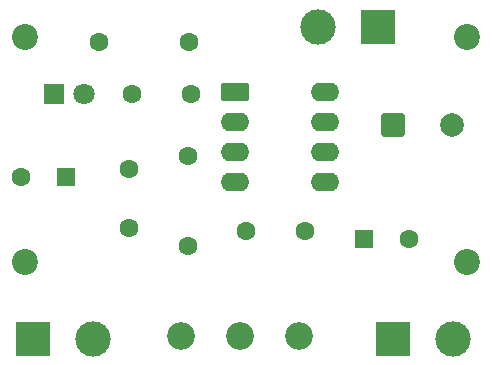
<source format=gbr>
%TF.GenerationSoftware,KiCad,Pcbnew,9.0.4*%
%TF.CreationDate,2025-09-13T21:48:36+02:00*%
%TF.ProjectId,TDA7267,54444137-3236-4372-9e6b-696361645f70,rev?*%
%TF.SameCoordinates,Original*%
%TF.FileFunction,Soldermask,Top*%
%TF.FilePolarity,Negative*%
%FSLAX46Y46*%
G04 Gerber Fmt 4.6, Leading zero omitted, Abs format (unit mm)*
G04 Created by KiCad (PCBNEW 9.0.4) date 2025-09-13 21:48:36*
%MOMM*%
%LPD*%
G01*
G04 APERTURE LIST*
G04 Aperture macros list*
%AMRoundRect*
0 Rectangle with rounded corners*
0 $1 Rounding radius*
0 $2 $3 $4 $5 $6 $7 $8 $9 X,Y pos of 4 corners*
0 Add a 4 corners polygon primitive as box body*
4,1,4,$2,$3,$4,$5,$6,$7,$8,$9,$2,$3,0*
0 Add four circle primitives for the rounded corners*
1,1,$1+$1,$2,$3*
1,1,$1+$1,$4,$5*
1,1,$1+$1,$6,$7*
1,1,$1+$1,$8,$9*
0 Add four rect primitives between the rounded corners*
20,1,$1+$1,$2,$3,$4,$5,0*
20,1,$1+$1,$4,$5,$6,$7,0*
20,1,$1+$1,$6,$7,$8,$9,0*
20,1,$1+$1,$8,$9,$2,$3,0*%
G04 Aperture macros list end*
%ADD10C,1.600000*%
%ADD11R,3.000000X3.000000*%
%ADD12C,3.000000*%
%ADD13R,1.800000X1.800000*%
%ADD14C,1.800000*%
%ADD15C,2.200000*%
%ADD16RoundRect,0.250000X-0.950000X-0.550000X0.950000X-0.550000X0.950000X0.550000X-0.950000X0.550000X0*%
%ADD17O,2.400000X1.600000*%
%ADD18RoundRect,0.250000X-0.550000X-0.550000X0.550000X-0.550000X0.550000X0.550000X-0.550000X0.550000X0*%
%ADD19RoundRect,0.250000X-0.750000X-0.750000X0.750000X-0.750000X0.750000X0.750000X-0.750000X0.750000X0*%
%ADD20C,2.000000*%
%ADD21RoundRect,0.250000X0.550000X0.550000X-0.550000X0.550000X-0.550000X-0.550000X0.550000X-0.550000X0*%
%ADD22C,2.340000*%
G04 APERTURE END LIST*
D10*
%TO.C,C3*%
X140560000Y-105647500D03*
X140560000Y-100647500D03*
%TD*%
D11*
%TO.C,IN1*%
X162960000Y-115000000D03*
D12*
X168040000Y-115000000D03*
%TD*%
D10*
%TO.C,R1*%
X145560000Y-107147500D03*
X145560000Y-99527500D03*
%TD*%
D13*
%TO.C,D1*%
X134230000Y-94300000D03*
D14*
X136770000Y-94300000D03*
%TD*%
D15*
%TO.C,H1*%
X131800000Y-89500000D03*
%TD*%
D11*
%TO.C,OUT1*%
X161680000Y-88587500D03*
D12*
X156600000Y-88587500D03*
%TD*%
D10*
%TO.C,C5*%
X140860000Y-94287500D03*
X145860000Y-94287500D03*
%TD*%
D15*
%TO.C,H4*%
X169200000Y-108500000D03*
%TD*%
D10*
%TO.C,C1*%
X155500000Y-105900000D03*
X150500000Y-105900000D03*
%TD*%
D16*
%TO.C,U1*%
X149560000Y-94120000D03*
D17*
X149560000Y-96660000D03*
X149560000Y-99200000D03*
X149560000Y-101740000D03*
X157180000Y-101740000D03*
X157180000Y-99200000D03*
X157180000Y-96660000D03*
X157180000Y-94120000D03*
%TD*%
D10*
%TO.C,R2*%
X138050000Y-89887500D03*
X145670000Y-89887500D03*
%TD*%
D11*
%TO.C,VCC1*%
X132420000Y-115000000D03*
D12*
X137500000Y-115000000D03*
%TD*%
D15*
%TO.C,H2*%
X169200000Y-89500000D03*
%TD*%
D18*
%TO.C,C2*%
X160497349Y-106600000D03*
D10*
X164297349Y-106600000D03*
%TD*%
D19*
%TO.C,C6*%
X162932323Y-96900000D03*
D20*
X167932323Y-96900000D03*
%TD*%
D21*
%TO.C,C4*%
X135250000Y-101300000D03*
D10*
X131450000Y-101300000D03*
%TD*%
D22*
%TO.C,RV1*%
X145000000Y-114750000D03*
X150000000Y-114750000D03*
X155000000Y-114750000D03*
%TD*%
D15*
%TO.C,H3*%
X131800000Y-108500000D03*
%TD*%
M02*

</source>
